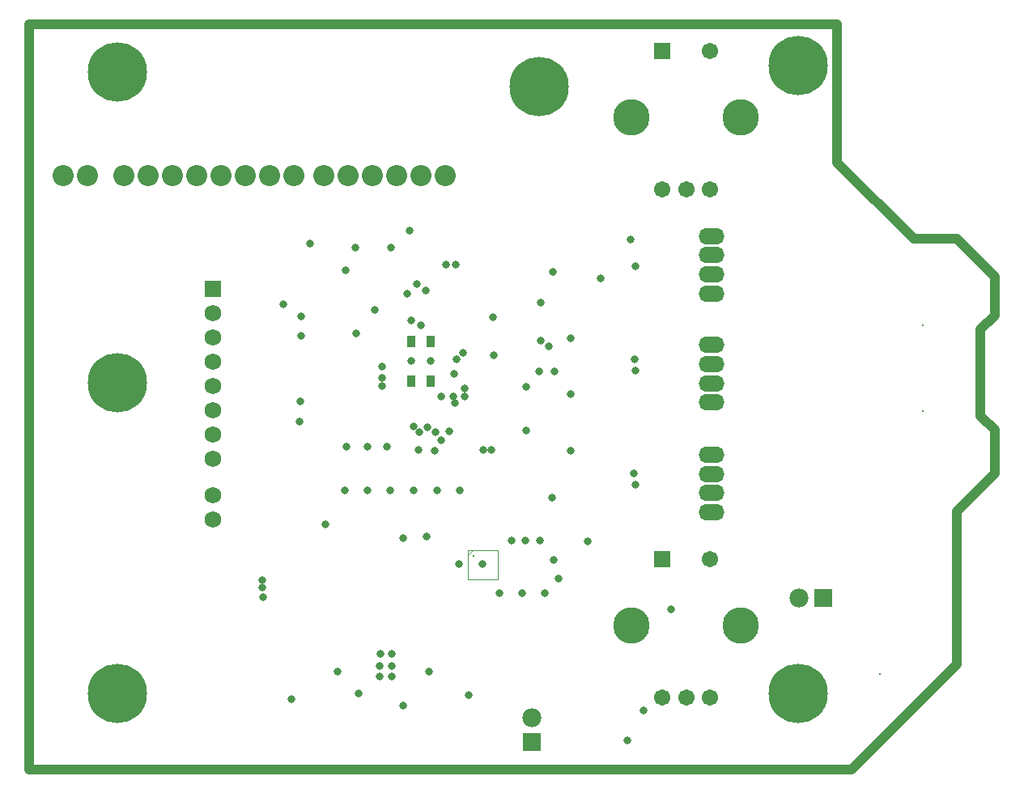
<source format=gts>
G04*
G04 #@! TF.GenerationSoftware,Altium Limited,CircuitStudio,1.5.2 (1.5.2.30)*
G04*
G04 Layer_Color=20142*
%FSLAX44Y44*%
%MOMM*%
G71*
G01*
G75*
%ADD15C,0.0254*%
%ADD16C,1.0000*%
%ADD67R,0.8532X1.2532*%
%ADD68C,6.2032*%
%ADD69C,3.8032*%
%ADD70C,1.7032*%
%ADD71R,1.7032X1.7032*%
%ADD72C,0.2032*%
%ADD73C,2.2032*%
%ADD74C,1.7272*%
%ADD75R,1.7272X1.7272*%
%ADD76O,2.7032X1.7032*%
%ADD77C,1.9812*%
%ADD78R,1.9812X1.9812*%
%ADD79R,1.9812X1.9812*%
%ADD80C,0.8032*%
D15*
X585622Y473186D02*
G03*
X585622Y473186I-762J0D01*
G01*
X578866Y479536D02*
X609854D01*
X578866Y448548D02*
Y479536D01*
Y448548D02*
X609854D01*
Y479536D01*
X578866Y474456D02*
X583946Y479536D01*
D16*
X1045000Y805000D02*
X1090000D01*
X965000Y885000D02*
X1045000Y805000D01*
X965000Y885000D02*
Y1030000D01*
X1090000Y360000D02*
Y520000D01*
X980000Y250000D02*
X1090000Y360000D01*
X965000Y250000D02*
X980000D01*
X1130000Y725000D02*
Y765000D01*
X1115000Y710000D02*
X1130000Y725000D01*
Y560000D02*
Y605000D01*
X1115000Y620000D02*
X1130000Y605000D01*
X1115000Y620000D02*
Y710000D01*
X1090000Y520000D02*
X1130000Y560000D01*
X120000Y250000D02*
X965000D01*
X1090000Y805000D02*
X1130000Y765000D01*
X120000Y1030000D02*
X965000D01*
X120000Y250000D02*
Y1030000D01*
D67*
X540250Y656000D02*
D03*
Y698000D02*
D03*
X519250D02*
D03*
Y656000D02*
D03*
D68*
X924000Y329000D02*
D03*
X212000D02*
D03*
Y654500D02*
D03*
Y980000D02*
D03*
X924000Y986000D02*
D03*
X653300Y964000D02*
D03*
D69*
X864250Y400250D02*
D03*
X750250D02*
D03*
X864250Y932000D02*
D03*
X750250D02*
D03*
D70*
X832250Y325250D02*
D03*
X807250D02*
D03*
X782250D02*
D03*
X832250Y470250D02*
D03*
Y857000D02*
D03*
X807250D02*
D03*
X782250D02*
D03*
X832250Y1002000D02*
D03*
D71*
X782250Y470250D02*
D03*
Y1002000D02*
D03*
D72*
X1010000Y350000D02*
D03*
X1055000Y715000D02*
D03*
Y625000D02*
D03*
D73*
X155600Y871500D02*
D03*
X181000D02*
D03*
X219100D02*
D03*
X244500D02*
D03*
X269900D02*
D03*
X295300D02*
D03*
X555300D02*
D03*
X529900D02*
D03*
X504500D02*
D03*
X479100D02*
D03*
X453700D02*
D03*
X428300D02*
D03*
X396900D02*
D03*
X371500D02*
D03*
X320700D02*
D03*
X346100D02*
D03*
D74*
X311750Y574750D02*
D03*
Y600150D02*
D03*
Y676350D02*
D03*
Y650950D02*
D03*
Y625550D02*
D03*
Y536650D02*
D03*
Y511250D02*
D03*
Y727150D02*
D03*
Y701750D02*
D03*
D75*
Y752550D02*
D03*
D76*
X834000Y748000D02*
D03*
Y768000D02*
D03*
Y788000D02*
D03*
Y808000D02*
D03*
X834000Y694000D02*
D03*
Y674000D02*
D03*
Y654000D02*
D03*
Y634000D02*
D03*
Y579000D02*
D03*
Y559000D02*
D03*
Y539000D02*
D03*
Y519000D02*
D03*
D77*
X924800Y429500D02*
D03*
X646000Y303700D02*
D03*
D78*
X950200Y429500D02*
D03*
D79*
X646000Y278300D02*
D03*
D80*
X611500Y434500D02*
D03*
X673860Y450020D02*
D03*
X569500Y464500D02*
D03*
X489500Y659750D02*
D03*
X667500Y770500D02*
D03*
X718000Y763500D02*
D03*
X525500Y758000D02*
D03*
X481500Y731000D02*
D03*
X515750Y748000D02*
D03*
X669000Y469000D02*
D03*
X535000Y751000D02*
D03*
X519250Y677000D02*
D03*
X540250D02*
D03*
X489500Y651000D02*
D03*
X655250Y698500D02*
D03*
X663500Y692500D02*
D03*
X606000Y683000D02*
D03*
X386090Y736340D02*
D03*
X753750Y776750D02*
D03*
X748750Y804250D02*
D03*
X791500Y417500D02*
D03*
X745250Y280250D02*
D03*
X494500Y587500D02*
D03*
X474250D02*
D03*
X451500D02*
D03*
X430250Y506000D02*
D03*
X704250Y488500D02*
D03*
X510750Y492000D02*
D03*
X527000Y584250D02*
D03*
X535500Y493750D02*
D03*
X763000Y311750D02*
D03*
X522500Y608500D02*
D03*
X536500Y608000D02*
D03*
X639500Y650250D02*
D03*
X653500Y666650D02*
D03*
X669650D02*
D03*
X686250Y583750D02*
D03*
X686000Y701250D02*
D03*
X686000Y642750D02*
D03*
X639500Y604625D02*
D03*
X603250Y584500D02*
D03*
X489500Y671500D02*
D03*
X528250Y602500D02*
D03*
X449950Y542000D02*
D03*
X570550D02*
D03*
X546430D02*
D03*
X521750D02*
D03*
X497750D02*
D03*
X473750D02*
D03*
X486860Y347020D02*
D03*
X498860D02*
D03*
Y358520D02*
D03*
X486860D02*
D03*
X499360Y370520D02*
D03*
X487360D02*
D03*
X461750Y706000D02*
D03*
X594750Y584000D02*
D03*
X403570Y635000D02*
D03*
X402750Y614000D02*
D03*
X404750Y704000D02*
D03*
X666750Y534700D02*
D03*
X753100Y679350D02*
D03*
X754000Y667250D02*
D03*
X753750Y548000D02*
D03*
X752850Y560100D02*
D03*
X655000Y738000D02*
D03*
X605250Y722750D02*
D03*
X538360Y352520D02*
D03*
X442360D02*
D03*
X580110Y327770D02*
D03*
X511360Y316520D02*
D03*
X464360Y329520D02*
D03*
X394360Y323520D02*
D03*
X594360Y464520D02*
D03*
X654360Y489520D02*
D03*
X639360D02*
D03*
X624360D02*
D03*
X659360Y434520D02*
D03*
X635430Y434500D02*
D03*
X404750Y724000D02*
D03*
X450750Y772000D02*
D03*
X545250Y603000D02*
D03*
X543750Y583500D02*
D03*
X551000Y594250D02*
D03*
X559000Y603750D02*
D03*
X555750Y778000D02*
D03*
X565750D02*
D03*
X573750Y685500D02*
D03*
X567250Y679000D02*
D03*
X575750Y640250D02*
D03*
X575770Y648750D02*
D03*
X550935Y640500D02*
D03*
X530000Y715000D02*
D03*
X520000Y720000D02*
D03*
X565000Y633000D02*
D03*
X564303Y663442D02*
D03*
X563999Y640499D02*
D03*
X364000Y448000D02*
D03*
X364500Y430500D02*
D03*
X364000Y440000D02*
D03*
X414000Y800000D02*
D03*
X461500Y795500D02*
D03*
X498500D02*
D03*
X517500Y813500D02*
D03*
M02*

</source>
